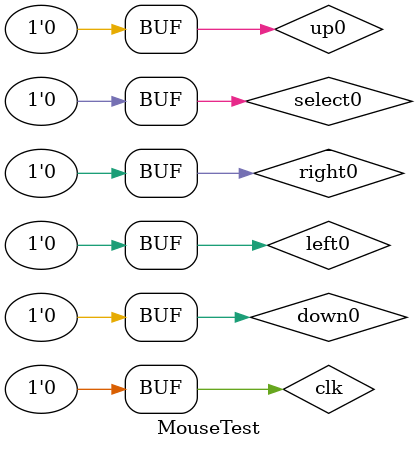
<source format=v>
`timescale 1ns / 1ps


module MouseTest;

	// Inputs
	reg clk;
	reg up0;
	reg down0;
	reg left0;
	reg right0;
	reg select0;

	// Outputs
	wire Click;
	wire [9:0] posMX;
	wire [9:0] posMY;

	// Instantiate the Unit Under Test (UUT)
	Mouse_Alt uut (
		.clk(clk), 
		.up0(up0), 
		.down0(down0), 
		.left0(left0), 
		.right0(right0), 
		.select0(select0), 
		.Click(Click), 
		.posMX(posMX), 
		.posMY(posMY)
	);

	initial begin
		// Initialize Inputs
		clk = 0;
		up0 = 0;
		down0 = 0;
		left0 = 0;
		right0 = 0;
		select0 = 0;

		// Wait 100 ns for global reset to finish
		#100;
        
		// Add stimulus here
		#10; up0 = 1;
		#10; up0 = 0;
		#10; down0 = 1;
		#10; down0 = 0;
		#10; left0 = 1;
		#10; left0 = 0;
		#10; right0 = 1;
		#10; right0 = 0;
		#10; select0 = 1;
		#10; select0 = 0;
	end
      
always begin
	#1; clk = 1;
	#1; clk = 0;
end

endmodule


</source>
